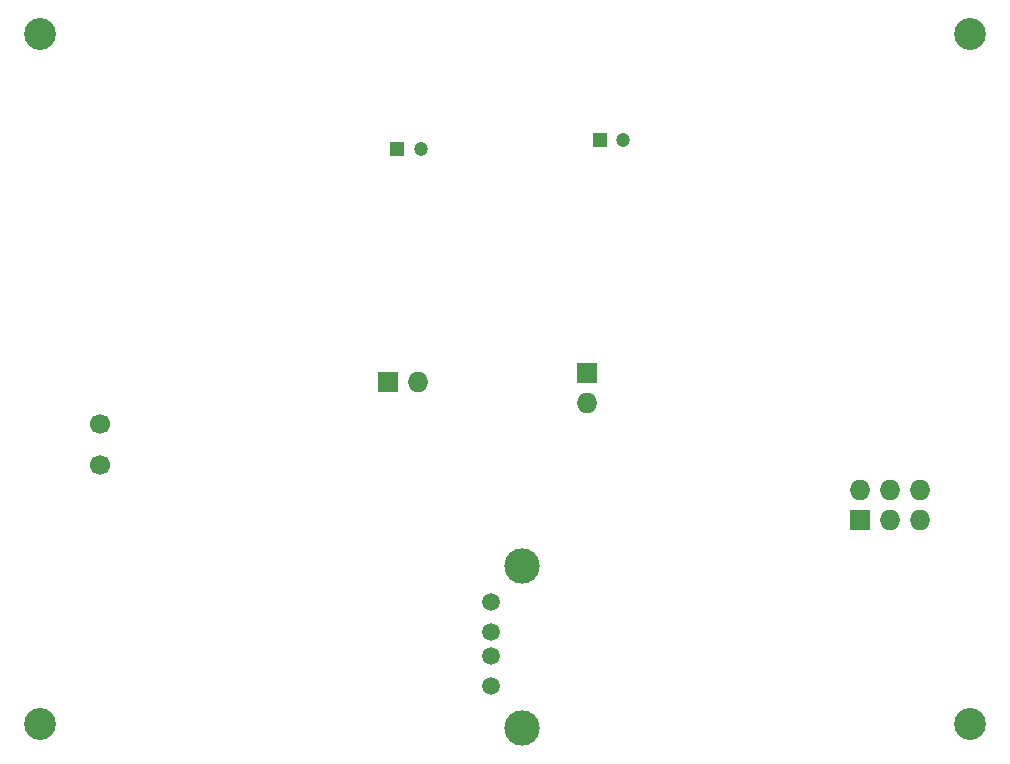
<source format=gbs>
G04 #@! TF.FileFunction,Soldermask,Bot*
%FSLAX46Y46*%
G04 Gerber Fmt 4.6, Leading zero omitted, Abs format (unit mm)*
G04 Created by KiCad (PCBNEW (after 2015-mar-04 BZR unknown)-product) date Fri 03 Jul 2015 12:32:40 AM EDT*
%MOMM*%
G01*
G04 APERTURE LIST*
%ADD10C,0.100000*%
%ADD11R,1.727200X1.727200*%
%ADD12O,1.727200X1.727200*%
%ADD13C,1.501140*%
%ADD14C,2.999740*%
%ADD15C,2.700000*%
%ADD16C,1.700000*%
%ADD17R,1.200000X1.200000*%
%ADD18C,1.200000*%
G04 APERTURE END LIST*
D10*
D11*
X172974000Y-97663000D03*
D12*
X172974000Y-95123000D03*
X175514000Y-97663000D03*
X175514000Y-95123000D03*
X178054000Y-97663000D03*
X178054000Y-95123000D03*
D13*
X141668500Y-104648000D03*
X141668500Y-107188000D03*
X141668500Y-109220000D03*
X141668500Y-111760000D03*
D14*
X144335500Y-101600000D03*
X144335500Y-115316000D03*
D11*
X132969000Y-85979000D03*
D12*
X135509000Y-85979000D03*
D11*
X149860000Y-85280500D03*
D12*
X149860000Y-87820500D03*
D15*
X103505000Y-114935000D03*
X103505000Y-56515000D03*
X182245000Y-56515000D03*
X182245000Y-114935000D03*
D16*
X108585000Y-93063000D03*
X108585000Y-89563000D03*
D17*
X150892000Y-65532000D03*
D18*
X152892000Y-65532000D03*
D17*
X133747000Y-66294000D03*
D18*
X135747000Y-66294000D03*
M02*

</source>
